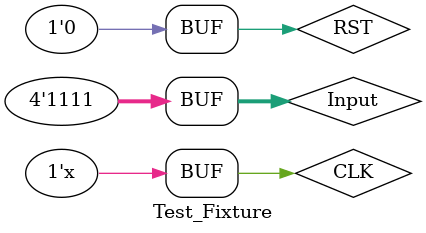
<source format=v>
`timescale 1ns / 1ps


module Test_Fixture;

	// Inputs
	reg [3:0] Input;
	reg CLK;
	reg RST;

	// Outputs
	wire OUT;

	// Instantiate the Unit Under Test (UUT)
	PWM uut (
		.Input(Input), 
		.OUT(OUT), 
		.CLK(CLK), 
		.RST(RST)
	);

	initial begin
		// Initialize Inputs
		Input = 0;
		CLK = 0;
		RST = 1;

		// Wait 100 ns for global reset to finish
		#100;
			RST = 0;
			Input= 4'b1111;
        
		// Add stimulus here

	end
	
	always begin
		#5 CLK=~CLK;
		end
      
endmodule


</source>
